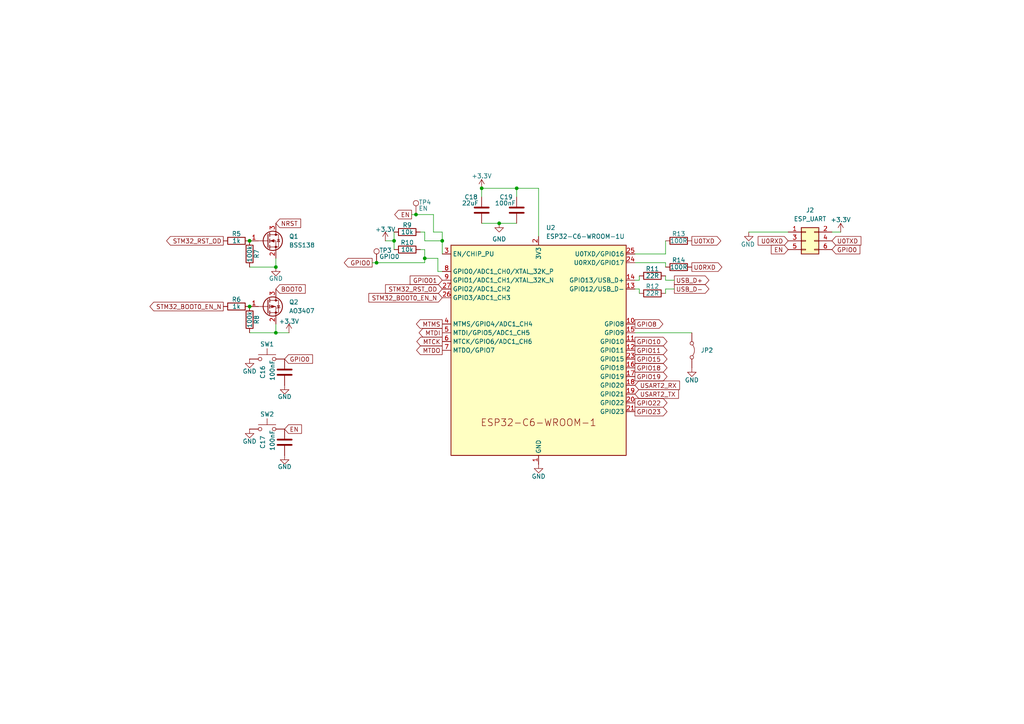
<source format=kicad_sch>
(kicad_sch (version 20250114) (generator "eeschema") (generator_version "9.0")
  (paper "A4")
  (title_block (title "IoT Logger B - ESP32 C6") (date "2026-01-24") (rev "1.0") (company "Piotr Kłyś"))
  (lib_symbols
    (symbol "Connector:TestPoint" (pin_numbers (hide yes)) (pin_names (offset 0.762) (hide yes))
      (property "Reference" "TP" (at 0 6.858 0))
      (property "Value" "TestPoint" (at 0 5.08 0))
      (symbol "TestPoint_0_1"
        (circle (center 0 3.302) (radius 0.762))
      )
      (symbol "TestPoint_1_1"
        (pin passive line (at 0 0 90) (length 2.54) (name "1") (number "1"))
      )
    )
    (symbol "Connector_Generic:Conn_02x03_Odd_Even" (pin_names (offset 1.016) (hide yes))
      (property "Reference" "J" (at 1.27 5.08 0))
      (property "Value" "Conn_02x03_Odd_Even" (at 1.27 -5.08 0))
      (symbol "Conn_02x03_Odd_Even_1_1"
        (rectangle (start -1.27 3.81) (end 3.81 -3.81) (stroke (width 0.254)) (fill (type background)))
        (rectangle (start -1.27 2.667) (end 0 2.413) (stroke (width 0.1524)))
        (rectangle (start -1.27 0.127) (end 0 -0.127) (stroke (width 0.1524)))
        (rectangle (start -1.27 -2.413) (end 0 -2.667) (stroke (width 0.1524)))
        (rectangle (start 3.81 2.667) (end 2.54 2.413) (stroke (width 0.1524)))
        (rectangle (start 3.81 0.127) (end 2.54 -0.127) (stroke (width 0.1524)))
        (rectangle (start 3.81 -2.413) (end 2.54 -2.667) (stroke (width 0.1524)))
        (pin passive line (at -5.08 2.54 0) (length 3.81) (name "Pin_1") (number "1"))
        (pin passive line (at -5.08 0 0) (length 3.81) (name "Pin_3") (number "3"))
        (pin passive line (at -5.08 -2.54 0) (length 3.81) (name "Pin_5") (number "5"))
        (pin passive line (at 7.62 2.54 180) (length 3.81) (name "Pin_2") (number "2"))
        (pin passive line (at 7.62 0 180) (length 3.81) (name "Pin_4") (number "4"))
        (pin passive line (at 7.62 -2.54 180) (length 3.81) (name "Pin_6") (number "6"))
      )
    )
    (symbol "Device:C" (pin_numbers (hide yes)) (pin_names (offset 0.254))
      (property "Reference" "C" (at 0.635 2.54 0))
      (property "Value" "C" (at 0.635 -2.54 0))
      (symbol "C_0_1"
        (polyline (pts (xy -2.032 0.762) (xy 2.032 0.762)) (stroke (width 0.508)))
        (polyline (pts (xy -2.032 -0.762) (xy 2.032 -0.762)) (stroke (width 0.508)))
      )
      (symbol "C_1_1"
        (pin passive line (at 0 3.81 270) (length 2.794) (name "~") (number "1"))
        (pin passive line (at 0 -3.81 90) (length 2.794) (name "~") (number "2"))
      )
    )
    (symbol "Device:R" (pin_numbers (hide yes)) (pin_names (offset 0))
      (property "Reference" "R" (at 2.032 0 90))
      (property "Value" "R" (at 0 0 90))
      (symbol "R_0_1"
        (rectangle (start -1.016 -2.54) (end 1.016 2.54) (stroke (width 0.254)))
      )
      (symbol "R_1_1"
        (pin passive line (at 0 3.81 270) (length 1.27) (name "~") (number "1"))
        (pin passive line (at 0 -3.81 90) (length 1.27) (name "~") (number "2"))
      )
    )
    (symbol "Jumper:Jumper_2_Bridged" (pin_numbers (hide yes)) (pin_names (offset 0) (hide yes))
      (property "Reference" "JP" (at 0 1.905 0))
      (property "Value" "Jumper_2_Bridged" (at 0 -2.54 0))
      (symbol "Jumper_2_Bridged_0_0"
        (circle (center -2.032 0) (radius 0.508))
        (circle (center 2.032 0) (radius 0.508))
      )
      (symbol "Jumper_2_Bridged_0_1"
        (arc (start -1.524 0.254) (mid 0 0.762) (end 1.524 0.254))
      )
      (symbol "Jumper_2_Bridged_1_1"
        (pin passive line (at -5.08 0 0) (length 2.54) (name "A") (number "1"))
        (pin passive line (at 5.08 0 180) (length 2.54) (name "B") (number "2"))
      )
    )
    (symbol "PCM_Espressif:ESP32-C6-WROOM-1"
      (property "Reference" "U" (at -25.4 35.56 0))
      (property "Value" "ESP32-C6-WROOM-1" (at -25.4 33.02 0))
      (symbol "ESP32-C6-WROOM-1_0_0"
        (text "ESP32-C6-WROOM-1" (at 0 -20.955 0) (effects (font (size 2 2))))
      )
      (symbol "ESP32-C6-WROOM-1_0_1"
        (rectangle (start -25.4 30.48) (end 25.4 -30.48) (stroke (width 0.254)) (fill (type background)))
      )
      (symbol "ESP32-C6-WROOM-1_1_1"
        (pin input line (at -27.94 27.94 0) (length 2.54) (name "EN/CHIP_PU") (number "3"))
        (pin bidirectional line (at -27.94 22.86 0) (length 2.54) (name "GPIO0/ADC1_CH0/XTAL_32K_P") (number "8"))
        (pin bidirectional line (at -27.94 20.32 0) (length 2.54) (name "GPIO1/ADC1_CH1/XTAL_32K_N") (number "9"))
        (pin bidirectional line (at -27.94 17.78 0) (length 2.54) (name "GPIO2/ADC1_CH2") (number "27"))
        (pin bidirectional line (at -27.94 15.24 0) (length 2.54) (name "GPIO3/ADC1_CH3") (number "26"))
        (pin bidirectional line (at -27.94 7.62 0) (length 2.54) (name "MTMS/GPIO4/ADC1_CH4") (number "4"))
        (pin bidirectional line (at -27.94 5.08 0) (length 2.54) (name "MTDI/GPIO5/ADC1_CH5") (number "5"))
        (pin bidirectional line (at -27.94 2.54 0) (length 2.54) (name "MTCK/GPIO6/ADC1_CH6") (number "6"))
        (pin bidirectional line (at -27.94 0 0) (length 2.54) (name "MTDO/GPIO7") (number "7"))
        (pin no_connect line (at -25.4 -12.7 0) (length 2.54) (hide yes) (name "NC") (number "22"))
        (pin power_in line (at 0 33.02 270) (length 2.54) (name "3V3") (number "2"))
        (pin power_in line (at 0 -33.02 90) (length 2.54) (name "GND") (number "1"))
        (pin passive line (at 0 -33.02 90) (length 2.54) (hide yes) (name "GND") (number "28"))
        (pin passive line (at 0 -33.02 90) (length 2.54) (hide yes) (name "GND") (number "29"))
        (pin bidirectional line (at 27.94 27.94 180) (length 2.54) (name "U0TXD/GPIO16") (number "25"))
        (pin bidirectional line (at 27.94 25.4 180) (length 2.54) (name "U0RXD/GPIO17") (number "24"))
        (pin bidirectional line (at 27.94 20.32 180) (length 2.54) (name "GPIO13/USB_D+") (number "14"))
        (pin bidirectional line (at 27.94 17.78 180) (length 2.54) (name "GPIO12/USB_D-") (number "13"))
        (pin bidirectional line (at 27.94 7.62 180) (length 2.54) (name "GPIO8") (number "10"))
        (pin bidirectional line (at 27.94 5.08 180) (length 2.54) (name "GPIO9") (number "15"))
        (pin bidirectional line (at 27.94 2.54 180) (length 2.54) (name "GPIO10") (number "11"))
        (pin bidirectional line (at 27.94 0 180) (length 2.54) (name "GPIO11") (number "12"))
        (pin bidirectional line (at 27.94 -2.54 180) (length 2.54) (name "GPIO15") (number "23"))
        (pin bidirectional line (at 27.94 -5.08 180) (length 2.54) (name "GPIO18") (number "16"))
        (pin bidirectional line (at 27.94 -7.62 180) (length 2.54) (name "GPIO19") (number "17"))
        (pin bidirectional line (at 27.94 -10.16 180) (length 2.54) (name "GPIO20") (number "18"))
        (pin bidirectional line (at 27.94 -12.7 180) (length 2.54) (name "GPIO21") (number "19"))
        (pin bidirectional line (at 27.94 -15.24 180) (length 2.54) (name "GPIO22") (number "20"))
        (pin bidirectional line (at 27.94 -17.78 180) (length 2.54) (name "GPIO23") (number "21"))
      )
    )
    (symbol "Switch:SW_Push" (pin_numbers (hide yes)) (pin_names (offset 1.016) (hide yes))
      (property "Reference" "SW" (at 1.27 2.54 0))
      (property "Value" "SW_Push" (at 0 -1.524 0))
      (symbol "SW_Push_0_1"
        (circle (center -2.032 0) (radius 0.508))
        (polyline (pts (xy 0 1.27) (xy 0 3.048)))
        (circle (center 2.032 0) (radius 0.508))
        (polyline (pts (xy 2.54 1.27) (xy -2.54 1.27)))
        (pin passive line (at -5.08 0 0) (length 2.54) (name "1") (number "1"))
        (pin passive line (at 5.08 0 180) (length 2.54) (name "2") (number "2"))
      )
    )
    (symbol "Transistor_FET:AO3401A" (pin_names (hide yes))
      (property "Reference" "Q" (at 5.08 1.905 0))
      (property "Value" "AO3401A" (at 5.08 0 0))
      (symbol "AO3401A_0_1"
        (polyline (pts (xy 0.254 1.905) (xy 0.254 -1.905)) (stroke (width 0.254)))
        (polyline (pts (xy 0.254 0) (xy -2.54 0)))
        (polyline (pts (xy 0.762 2.286) (xy 0.762 1.27)) (stroke (width 0.254)))
        (polyline (pts (xy 0.762 1.778) (xy 3.302 1.778) (xy 3.302 -1.778) (xy 0.762 -1.778)))
        (polyline (pts (xy 0.762 0.508) (xy 0.762 -0.508)) (stroke (width 0.254)))
        (polyline (pts (xy 0.762 -1.27) (xy 0.762 -2.286)) (stroke (width 0.254)))
        (circle (center 1.651 0) (radius 2.794) (stroke (width 0.254)))
        (polyline (pts (xy 2.286 0) (xy 1.27 0.381) (xy 1.27 -0.381) (xy 2.286 0)) (fill (type outline)))
        (polyline (pts (xy 2.54 2.54) (xy 2.54 1.778)))
        (circle (center 2.54 1.778) (radius 0.254) (fill (type outline)))
        (circle (center 2.54 -1.778) (radius 0.254) (fill (type outline)))
        (polyline (pts (xy 2.54 -2.54) (xy 2.54 0) (xy 0.762 0)))
        (polyline (pts (xy 2.794 -0.508) (xy 2.921 -0.381) (xy 3.683 -0.381) (xy 3.81 -0.254)))
        (polyline (pts (xy 3.302 -0.381) (xy 2.921 0.254) (xy 3.683 0.254) (xy 3.302 -0.381)))
      )
      (symbol "AO3401A_1_1"
        (pin input line (at -5.08 0 0) (length 2.54) (name "G") (number "1"))
        (pin passive line (at 2.54 5.08 270) (length 2.54) (name "D") (number "3"))
        (pin passive line (at 2.54 -5.08 90) (length 2.54) (name "S") (number "2"))
      )
    )
    (symbol "Transistor_FET:BSS138" (pin_names (offset 0) (hide yes))
      (property "Reference" "Q" (at 5.08 1.905 0))
      (property "Value" "BSS138" (at 5.08 0 0))
      (symbol "BSS138_0_1"
        (polyline (pts (xy 0.254 1.905) (xy 0.254 -1.905)) (stroke (width 0.254)))
        (polyline (pts (xy 0.254 0) (xy -2.54 0)))
        (polyline (pts (xy 0.762 2.286) (xy 0.762 1.27)) (stroke (width 0.254)))
        (polyline (pts (xy 0.762 0.508) (xy 0.762 -0.508)) (stroke (width 0.254)))
        (polyline (pts (xy 0.762 -1.27) (xy 0.762 -2.286)) (stroke (width 0.254)))
        (polyline (pts (xy 0.762 -1.778) (xy 3.302 -1.778) (xy 3.302 1.778) (xy 0.762 1.778)))
        (polyline (pts (xy 1.016 0) (xy 2.032 0.381) (xy 2.032 -0.381) (xy 1.016 0)) (fill (type outline)))
        (circle (center 1.651 0) (radius 2.794) (stroke (width 0.254)))
        (polyline (pts (xy 2.54 2.54) (xy 2.54 1.778)))
        (circle (center 2.54 1.778) (radius 0.254) (fill (type outline)))
        (circle (center 2.54 -1.778) (radius 0.254) (fill (type outline)))
        (polyline (pts (xy 2.54 -2.54) (xy 2.54 0) (xy 0.762 0)))
        (polyline (pts (xy 2.921 0.381) (xy 3.683 0.381)))
        (polyline (pts (xy 3.302 0.381) (xy 2.921 -0.254) (xy 3.683 -0.254) (xy 3.302 0.381)))
      )
      (symbol "BSS138_1_1"
        (pin input line (at -5.08 0 0) (length 2.54) (name "G") (number "1"))
        (pin passive line (at 2.54 5.08 270) (length 2.54) (name "D") (number "3"))
        (pin passive line (at 2.54 -5.08 90) (length 2.54) (name "S") (number "2"))
      )
    )
    (symbol "power:+3.3V" (power) (pin_numbers (hide yes)) (pin_names (offset 0) (hide yes))
      (property "Value" "+3.3V" (at 0 3.556 0))
      (symbol "+3.3V_0_1"
        (polyline (pts (xy -0.762 1.27) (xy 0 2.54)))
        (polyline (pts (xy 0 2.54) (xy 0.762 1.27)))
        (polyline (pts (xy 0 0) (xy 0 2.54)))
      )
      (symbol "+3.3V_1_1"
        (pin power_in line (at 0 0 90) (length 0) (name "~") (number "1"))
      )
    )
    (symbol "power:GND" (power) (pin_numbers (hide yes)) (pin_names (offset 0) (hide yes))
      (property "Value" "GND" (at 0 -3.81 0))
      (symbol "GND_0_1"
        (polyline (pts (xy 0 0) (xy 0 -1.27) (xy 1.27 -1.27) (xy 0 -2.54) (xy -1.27 -1.27) (xy 0 -1.27)))
      )
      (symbol "GND_1_1"
        (pin power_in line (at 0 0 270) (length 0) (name "~") (number "1"))
      )
    )
  )
  (junction (at 139.7 54.61))
  (junction (at 144.78 64.77))
  (junction (at 109.22 76.2))
  (junction (at 80.01 77.47))
  (junction (at 72.39 69.85))
  (junction (at 120.65 62.23))
  (junction (at 80.01 96.52))
  (junction (at 123.19 74.93))
  (junction (at 128.27 69.85))
  (junction (at 114.3 69.85))
  (junction (at 72.39 88.9))
  (junction (at 149.86 54.61))
  (wire (pts (xy 139.7 54.61) (xy 139.7 57.15)))
  (wire (pts (xy 123.19 67.31) (xy 123.19 69.85)))
  (wire (pts (xy 128.27 67.31) (xy 128.27 69.85)))
  (wire (pts (xy 123.19 76.2) (xy 123.19 74.93)))
  (wire (pts (xy 149.86 57.15) (xy 149.86 54.61)))
  (wire (pts (xy 184.15 83.82) (xy 185.42 83.82)))
  (wire (pts (xy 80.01 96.52) (xy 83.82 96.52)))
  (wire (pts (xy 72.39 77.47) (xy 80.01 77.47)))
  (wire (pts (xy 123.19 69.85) (xy 128.27 69.85)))
  (wire (pts (xy 193.04 83.82) (xy 195.58 83.82)))
  (wire (pts (xy 193.04 81.28) (xy 195.58 81.28)))
  (wire (pts (xy 185.42 81.28) (xy 185.42 80.01)))
  (wire (pts (xy 217.17 67.31) (xy 228.6 67.31)))
  (wire (pts (xy 127 74.93) (xy 127 78.74)))
  (wire (pts (xy 193.04 69.85) (xy 193.04 73.66)))
  (wire (pts (xy 193.04 77.47) (xy 193.04 76.2)))
  (wire (pts (xy 127 78.74) (xy 128.27 78.74)))
  (wire (pts (xy 114.3 69.85) (xy 114.3 72.39)))
  (wire (pts (xy 125.73 62.23) (xy 125.73 67.31)))
  (wire (pts (xy 139.7 64.77) (xy 144.78 64.77)))
  (wire (pts (xy 193.04 76.2) (xy 184.15 76.2)))
  (wire (pts (xy 156.21 54.61) (xy 149.86 54.61)))
  (wire (pts (xy 184.15 96.52) (xy 200.66 96.52)))
  (wire (pts (xy 80.01 93.98) (xy 80.01 96.52)))
  (wire (pts (xy 80.01 77.47) (xy 80.01 74.93)))
  (wire (pts (xy 193.04 80.01) (xy 193.04 81.28)))
  (wire (pts (xy 111.76 69.85) (xy 114.3 69.85)))
  (wire (pts (xy 156.21 54.61) (xy 156.21 68.58)))
  (wire (pts (xy 184.15 81.28) (xy 185.42 81.28)))
  (wire (pts (xy 193.04 73.66) (xy 184.15 73.66)))
  (wire (pts (xy 109.22 76.2) (xy 123.19 76.2)))
  (wire (pts (xy 114.3 67.31) (xy 114.3 69.85)))
  (wire (pts (xy 119.38 62.23) (xy 120.65 62.23)))
  (wire (pts (xy 123.19 74.93) (xy 127 74.93)))
  (wire (pts (xy 121.92 72.39) (xy 123.19 72.39)))
  (wire (pts (xy 243.84 67.31) (xy 241.3 67.31)))
  (wire (pts (xy 144.78 64.77) (xy 149.86 64.77)))
  (wire (pts (xy 185.42 83.82) (xy 185.42 85.09)))
  (wire (pts (xy 193.04 85.09) (xy 193.04 83.82)))
  (wire (pts (xy 139.7 54.61) (xy 149.86 54.61)))
  (wire (pts (xy 121.92 67.31) (xy 123.19 67.31)))
  (wire (pts (xy 125.73 67.31) (xy 128.27 67.31)))
  (wire (pts (xy 123.19 72.39) (xy 123.19 74.93)))
  (wire (pts (xy 120.65 62.23) (xy 125.73 62.23)))
  (wire (pts (xy 128.27 69.85) (xy 128.27 73.66)))
  (wire (pts (xy 72.39 96.52) (xy 80.01 96.52)))
  (wire (pts (xy 107.95 76.2) (xy 109.22 76.2)))
  (global_label "STM32_RST_OD" (shape input) (at 128.27 83.82 180) (property "Intersheetrefs" "${INTERSHEET_REFS}" (effects (hide yes))))
  (global_label "GPIO0" (shape input) (at 241.3 72.39 0) (property "Intersheetrefs" "${INTERSHEET_REFS}" (effects (hide yes))))
  (global_label "EN" (shape input) (at 228.6 72.39 180) (property "Intersheetrefs" "${INTERSHEET_REFS}" (effects (hide yes))))
  (global_label "GPIO11" (shape output) (at 184.15 101.6 0) (property "Intersheetrefs" "${INTERSHEET_REFS}" (effects (hide yes))))
  (global_label "GPIO10" (shape output) (at 184.15 99.06 0) (property "Intersheetrefs" "${INTERSHEET_REFS}" (effects (hide yes))))
  (global_label "USB_D-" (shape output) (at 195.58 83.82 0) (property "Intersheetrefs" "${INTERSHEET_REFS}" (effects (hide yes))))
  (global_label "STM32_BOOT0_EN_N" (shape output) (at 64.77 88.9 180) (property "Intersheetrefs" "${INTERSHEET_REFS}" (effects (hide yes))))
  (global_label "GPIO22" (shape output) (at 184.15 116.84 0) (property "Intersheetrefs" "${INTERSHEET_REFS}" (effects (hide yes))))
  (global_label "U0TXD" (shape input) (at 241.3 69.85 0) (property "Intersheetrefs" "${INTERSHEET_REFS}" (effects (hide yes))))
  (global_label "NRST" (shape input) (at 80.01 64.77 0) (property "Intersheetrefs" "${INTERSHEET_REFS}" (effects (hide yes))))
  (global_label "MTMS" (shape output) (at 128.27 93.98 180) (property "Intersheetrefs" "${INTERSHEET_REFS}" (effects (hide yes))))
  (global_label "GPIO18" (shape output) (at 184.15 106.68 0) (property "Intersheetrefs" "${INTERSHEET_REFS}" (effects (hide yes))))
  (global_label "EN" (shape output) (at 119.38 62.23 180) (property "Intersheetrefs" "${INTERSHEET_REFS}" (effects (hide yes))))
  (global_label "GPIO15" (shape output) (at 184.15 104.14 0) (property "Intersheetrefs" "${INTERSHEET_REFS}" (effects (hide yes))))
  (global_label "U0RXD" (shape input) (at 228.6 69.85 180) (property "Intersheetrefs" "${INTERSHEET_REFS}" (effects (hide yes))))
  (global_label "GPIO0" (shape output) (at 107.95 76.2 180) (property "Intersheetrefs" "${INTERSHEET_REFS}" (effects (hide yes))))
  (global_label "MTDO" (shape output) (at 128.27 101.6 180) (property "Intersheetrefs" "${INTERSHEET_REFS}" (effects (hide yes))))
  (global_label "STM32_RST_OD" (shape output) (at 64.77 69.85 180) (property "Intersheetrefs" "${INTERSHEET_REFS}" (effects (hide yes))))
  (global_label "MTCK" (shape output) (at 128.27 99.06 180) (property "Intersheetrefs" "${INTERSHEET_REFS}" (effects (hide yes))))
  (global_label "BOOT0" (shape input) (at 80.01 83.82 0) (property "Intersheetrefs" "${INTERSHEET_REFS}" (effects (hide yes))))
  (global_label "GPIO23" (shape output) (at 184.15 119.38 0) (property "Intersheetrefs" "${INTERSHEET_REFS}" (effects (hide yes))))
  (global_label "EN" (shape input) (at 82.55 124.46 0) (property "Intersheetrefs" "${INTERSHEET_REFS}" (effects (hide yes))))
  (global_label "GPIO01" (shape input) (at 128.27 81.28 180) (property "Intersheetrefs" "${INTERSHEET_REFS}" (effects (hide yes))))
  (global_label "USART2_RX" (shape input) (at 184.15 111.76 0) (property "Intersheetrefs" "${INTERSHEET_REFS}" (effects (hide yes))))
  (global_label "U0TXD" (shape output) (at 200.66 69.85 0) (property "Intersheetrefs" "${INTERSHEET_REFS}" (effects (hide yes))))
  (global_label "GPIO8" (shape output) (at 184.15 93.98 0) (property "Intersheetrefs" "${INTERSHEET_REFS}" (effects (hide yes))))
  (global_label "U0RXD" (shape output) (at 200.66 77.47 0) (property "Intersheetrefs" "${INTERSHEET_REFS}" (effects (hide yes))))
  (global_label "USB_D+" (shape output) (at 195.58 81.28 0) (property "Intersheetrefs" "${INTERSHEET_REFS}" (effects (hide yes))))
  (global_label "USART2_TX" (shape input) (at 184.15 114.3 0) (property "Intersheetrefs" "${INTERSHEET_REFS}" (effects (hide yes))))
  (global_label "MTDI" (shape output) (at 128.27 96.52 180) (property "Intersheetrefs" "${INTERSHEET_REFS}" (effects (hide yes))))
  (global_label "STM32_BOOT0_EN_N" (shape input) (at 128.27 86.36 180) (property "Intersheetrefs" "${INTERSHEET_REFS}" (effects (hide yes))))
  (global_label "GPIO0" (shape input) (at 82.55 104.14 0) (property "Intersheetrefs" "${INTERSHEET_REFS}" (effects (hide yes))))
  (global_label "GPIO19" (shape output) (at 184.15 109.22 0) (property "Intersheetrefs" "${INTERSHEET_REFS}" (effects (hide yes))))
  (symbol (lib_id "Device:R") (at 68.58 69.85 270) (unit 1)
    (property "Reference" "R5" (at 68.58 67.818 90))
    (property "Value" "1k" (at 68.58 69.85 90))
    (property "Footprint" "Resistor_SMD:R_0603_1608Metric" (effects (hide yes)))
    (property "Description" "Resistor" (effects (hide yes)))
  )
  (symbol (lib_id "power:GND") (at 80.01 77.47 0) (unit 1)
    (property "Reference" "#PWR027" (effects (hide yes)))
    (property "Value" "GND" (at 80.01 80.772 0))
    (property "Description" "Power symbol creates a global label with name \"GND\" , ground" (effects (hide yes)))
  )
  (symbol (lib_id "Device:C") (at 149.86 60.96 0) (unit 1)
    (property "Reference" "C19" (at 146.812 57.15 0))
    (property "Value" "100nF" (at 146.558 58.928 0))
    (property "Footprint" "Capacitor_SMD:C_0603_1608Metric" (effects (hide yes)))
    (property "Description" "Unpolarized capacitor" (effects (hide yes)))
  )
  (symbol (lib_id "power:GND") (at 82.55 111.76 0) (unit 1)
    (property "Reference" "#PWR028" (effects (hide yes)))
    (property "Value" "GND" (at 82.55 115.062 0))
    (property "Description" "Power symbol creates a global label with name \"GND\" , ground" (effects (hide yes)))
  )
  (symbol (lib_id "power:GND") (at 200.66 106.68 0) (unit 1)
    (property "Reference" "#PWR035" (effects (hide yes)))
    (property "Value" "GND" (at 200.66 110.236 0))
    (property "Description" "Power symbol creates a global label with name \"GND\" , ground" (effects (hide yes)))
  )
  (symbol (lib_id "power:GND") (at 144.78 64.77 0) (unit 1)
    (property "Reference" "#PWR033" (effects (hide yes)))
    (property "Value" "GND" (at 144.78 69.342 0))
    (property "Description" "Power symbol creates a global label with name \"GND\" , ground" (effects (hide yes)))
  )
  (symbol (lib_id "power:+3.3V") (at 111.76 69.85 0) (unit 1)
    (property "Reference" "#PWR031" (effects (hide yes)))
    (property "Value" "+3.3V" (at 111.76 66.548 0))
    (property "Description" "Power symbol creates a global label with name \"+3.3V\"" (effects (hide yes)))
  )
  (symbol (lib_id "Switch:SW_Push") (at 77.47 124.46 0) (unit 1)
    (property "Reference" "SW2" (at 77.47 120.142 0))
    (property "Value" "Tact Switch 6x6mm / 13mm" (effects (hide yes)))
    (property "Footprint" "Button_Switch_THT:SW_PUSH_6mm" (effects (hide yes)))
    (property "Description" "Push button switch, generic, two pins" (effects (hide yes)))
  )
  (symbol (lib_id "Device:R") (at 72.39 73.66 180) (unit 1)
    (property "Reference" "R7" (at 74.422 73.66 90))
    (property "Value" "100k" (at 72.39 73.66 90))
    (property "Footprint" "Resistor_SMD:R_0603_1608Metric" (effects (hide yes)))
    (property "Description" "Resistor" (effects (hide yes)))
  )
  (symbol (lib_id "Switch:SW_Push") (at 77.47 104.14 0) (unit 1)
    (property "Reference" "SW1" (at 77.47 99.822 0))
    (property "Value" "Tact Switch 6x6mm / 13mm" (effects (hide yes)))
    (property "Footprint" "Button_Switch_THT:SW_PUSH_6mm" (effects (hide yes)))
    (property "Description" "Push button switch, generic, two pins" (effects (hide yes)))
  )
  (symbol (lib_id "Connector_Generic:Conn_02x03_Odd_Even") (at 233.68 69.85 0) (unit 1)
    (property "Reference" "J2" (at 234.95 60.96 0))
    (property "Value" "ESP_UART" (at 234.95 63.5 0))
    (property "Footprint" "Connector_PinHeader_1.27mm:PinHeader_2x03_P1.27mm_Vertical" (effects (hide yes)))
    (property "Description" "Generic connector, double row, 02x03, odd/even pin numbering scheme (row 1 odd numbers, row 2 even numbers), script generated (kicad-library-utils/schlib/autogen/connector/)" (effects (hide yes)))
  )
  (symbol (lib_id "Device:C") (at 82.55 107.95 0) (unit 1)
    (property "Reference" "C16" (at 76.2 107.95 90))
    (property "Value" "100nF" (at 78.994 107.442 90))
    (property "Footprint" "Capacitor_SMD:C_0603_1608Metric" (effects (hide yes)))
    (property "Description" "Unpolarized capacitor" (effects (hide yes)))
  )
  (symbol (lib_id "Jumper:Jumper_2_Bridged") (at 200.66 101.6 270) (unit 1)
    (property "Reference" "JP2" (at 203.2 101.5999 90) (effects (justify left)))
    (property "Value" "Jumper_2_Bridged" (effects (hide yes)))
    (property "Footprint" "Connector_PinHeader_2.54mm:PinHeader_1x02_P2.54mm_Vertical" (effects (hide yes)))
    (property "Description" "Jumper, 2-pole, closed/bridged" (effects (hide yes)))
  )
  (symbol (lib_id "Device:R") (at 196.85 77.47 270) (unit 1)
    (property "Reference" "R14" (at 196.85 75.438 90))
    (property "Value" "100R" (at 196.85 77.47 90))
    (property "Footprint" "Resistor_SMD:R_0603_1608Metric" (effects (hide yes)))
    (property "Description" "Resistor" (effects (hide yes)))
  )
  (symbol (lib_id "power:GND") (at 156.21 134.62 0) (unit 1)
    (property "Reference" "#PWR034" (effects (hide yes)))
    (property "Value" "GND" (at 156.21 138.176 0))
    (property "Description" "Power symbol creates a global label with name \"GND\" , ground" (effects (hide yes)))
  )
  (symbol (lib_id "Device:R") (at 118.11 67.31 270) (unit 1)
    (property "Reference" "R9" (at 118.11 65.278 90))
    (property "Value" "10k" (at 118.11 67.31 90))
    (property "Footprint" "Resistor_SMD:R_0603_1608Metric" (effects (hide yes)))
    (property "Description" "Resistor" (effects (hide yes)))
  )
  (symbol (lib_id "power:GND") (at 72.39 104.14 0) (unit 1)
    (property "Reference" "#PWR025" (effects (hide yes)))
    (property "Value" "GND" (at 72.39 107.696 0))
    (property "Description" "Power symbol creates a global label with name \"GND\" , ground" (effects (hide yes)))
  )
  (symbol (lib_id "Device:R") (at 72.39 92.71 180) (unit 1)
    (property "Reference" "R8" (at 74.422 92.71 90))
    (property "Value" "100k" (at 72.39 92.71 90))
    (property "Footprint" "Resistor_SMD:R_0603_1608Metric" (effects (hide yes)))
    (property "Description" "Resistor" (effects (hide yes)))
  )
  (symbol (lib_id "Transistor_FET:AO3401A") (at 77.47 88.9 0) (unit 1)
    (property "Reference" "Q2" (at 83.82 87.6299 0) (effects (justify left)))
    (property "Value" "AO3407" (at 83.82 90.1699 0) (effects (justify left)))
    (property "Footprint" "Package_TO_SOT_SMD:SOT-23" (effects (hide yes)))
    (property "Datasheet" "http://www.aosmd.com/pdfs/datasheet/AO3401A.pdf" (effects (hide yes)))
    (property "Description" "-4.0A Id, -30V Vds, P-Channel MOSFET, SOT-23" (effects (hide yes)))
  )
  (symbol (lib_id "Connector:TestPoint") (at 109.22 76.2 0) (unit 1)
    (property "Reference" "TP3" (at 109.982 72.644 0) (effects (justify left)))
    (property "Value" "GPIO0" (at 109.982 74.422 0) (effects (justify left)))
    (property "Footprint" "TestPoint:TestPoint_Pad_D1.5mm" (effects (hide yes)))
    (property "Description" "test point" (effects (hide yes)))
  )
  (symbol (lib_id "Device:R") (at 118.11 72.39 270) (unit 1)
    (property "Reference" "R10" (at 118.11 70.358 90))
    (property "Value" "10k" (at 118.11 72.39 90))
    (property "Footprint" "Resistor_SMD:R_0603_1608Metric" (effects (hide yes)))
    (property "Description" "Resistor" (effects (hide yes)))
  )
  (symbol (lib_id "Transistor_FET:BSS138") (at 77.47 69.85 0) (unit 1)
    (property "Reference" "Q1" (at 83.82 68.5799 0) (effects (justify left)))
    (property "Value" "BSS138" (at 83.82 71.1199 0) (effects (justify left)))
    (property "Footprint" "Package_TO_SOT_SMD:SOT-23" (effects (hide yes)))
    (property "Datasheet" "https://www.onsemi.com/pub/Collateral/BSS138-D.PDF" (effects (hide yes)))
    (property "Description" "50V Vds, 0.22A Id, N-Channel MOSFET, SOT-23" (effects (hide yes)))
  )
  (symbol (lib_id "Device:R") (at 189.23 85.09 270) (unit 1)
    (property "Reference" "R12" (at 189.23 83.058 90))
    (property "Value" "22R" (at 189.23 85.09 90))
    (property "Footprint" "Resistor_SMD:R_0603_1608Metric" (effects (hide yes)))
    (property "Description" "Resistor" (effects (hide yes)))
  )
  (symbol (lib_id "Device:R") (at 68.58 88.9 270) (unit 1)
    (property "Reference" "R6" (at 68.58 86.868 90))
    (property "Value" "1k" (at 68.58 88.9 90))
    (property "Footprint" "Resistor_SMD:R_0603_1608Metric" (effects (hide yes)))
    (property "Description" "Resistor" (effects (hide yes)))
  )
  (symbol (lib_id "power:+3.3V") (at 139.7 54.61 0) (unit 1)
    (property "Reference" "#PWR032" (effects (hide yes)))
    (property "Value" "+3.3V" (at 139.7 51.054 0))
    (property "Description" "Power symbol creates a global label with name \"+3.3V\"" (effects (hide yes)))
  )
  (symbol (lib_id "PCM_Espressif:ESP32-C6-WROOM-1") (at 156.21 101.6 0) (unit 1)
    (property "Reference" "U2" (at 158.3533 66.04 0) (effects (justify left)))
    (property "Value" "ESP32-C6-WROOM-1U" (at 158.3533 68.58 0) (effects (justify left)))
    (property "Footprint" "PCM_Espressif:ESP32-C6-WROOM-1U" (effects (hide yes)))
    (property "Datasheet" "https://www.espressif.com/sites/default/files/documentation/esp32-c6-wroom-1_wroom-1u_datasheet_en.pdf" (effects (hide yes)))
    (property "Description" "ESP32-C6-WROOM-1/U is a module that supports 2.4 GHz Wi-Fi 6 (802.11 ax), Bluetooth® 5 (LE), Zigbee and Thread (802.15.4)" (effects (hide yes)))
  )
  (symbol (lib_id "Connector:TestPoint") (at 120.65 62.23 0) (unit 1)
    (property "Reference" "TP4" (at 121.412 58.674 0) (effects (justify left)))
    (property "Value" "EN" (at 121.412 60.452 0) (effects (justify left)))
    (property "Footprint" "TestPoint:TestPoint_Pad_D1.5mm" (effects (hide yes)))
    (property "Description" "test point" (effects (hide yes)))
  )
  (symbol (lib_id "Device:R") (at 196.85 69.85 270) (unit 1)
    (property "Reference" "R13" (at 196.85 67.818 90))
    (property "Value" "100R" (at 196.85 69.85 90))
    (property "Footprint" "Resistor_SMD:R_0603_1608Metric" (effects (hide yes)))
    (property "Description" "Resistor" (effects (hide yes)))
  )
  (symbol (lib_id "power:+3.3V") (at 83.82 96.52 0) (unit 1)
    (property "Reference" "#PWR030" (effects (hide yes)))
    (property "Value" "+3.3V" (at 83.82 93.218 0))
    (property "Description" "Power symbol creates a global label with name \"+3.3V\"" (effects (hide yes)))
  )
  (symbol (lib_id "Device:C") (at 139.7 60.96 0) (unit 1)
    (property "Reference" "C18" (at 136.652 57.15 0))
    (property "Value" "22uF" (at 136.398 58.928 0))
    (property "Footprint" "Capacitor_SMD:C_0603_1608Metric" (effects (hide yes)))
    (property "Description" "Unpolarized capacitor" (effects (hide yes)))
  )
  (symbol (lib_id "Device:R") (at 189.23 80.01 270) (unit 1)
    (property "Reference" "R11" (at 189.23 77.978 90))
    (property "Value" "22R" (at 189.23 80.01 90))
    (property "Footprint" "Resistor_SMD:R_0603_1608Metric" (effects (hide yes)))
    (property "Description" "Resistor" (effects (hide yes)))
  )
  (symbol (lib_id "power:+3.3V") (at 243.84 67.31 0) (unit 1)
    (property "Reference" "#PWR037" (effects (hide yes)))
    (property "Value" "+3.3V" (at 243.84 63.754 0))
    (property "Description" "Power symbol creates a global label with name \"+3.3V\"" (effects (hide yes)))
  )
  (symbol (lib_id "power:GND") (at 72.39 124.46 0) (unit 1)
    (property "Reference" "#PWR026" (effects (hide yes)))
    (property "Value" "GND" (at 72.39 128.016 0))
    (property "Description" "Power symbol creates a global label with name \"GND\" , ground" (effects (hide yes)))
  )
  (symbol (lib_id "Device:C") (at 82.55 128.27 0) (unit 1)
    (property "Reference" "C17" (at 76.2 128.27 90))
    (property "Value" "100nF" (at 78.994 127.762 90))
    (property "Footprint" "Capacitor_SMD:C_0603_1608Metric" (effects (hide yes)))
    (property "Description" "Unpolarized capacitor" (effects (hide yes)))
  )
  (symbol (lib_id "power:GND") (at 217.17 67.31 0) (unit 1)
    (property "Reference" "#PWR036" (effects (hide yes)))
    (property "Value" "GND" (at 216.916 70.866 0))
    (property "Description" "Power symbol creates a global label with name \"GND\" , ground" (effects (hide yes)))
  )
  (symbol (lib_id "power:GND") (at 82.55 132.08 0) (unit 1)
    (property "Reference" "#PWR029" (effects (hide yes)))
    (property "Value" "GND" (at 82.55 135.382 0))
    (property "Description" "Power symbol creates a global label with name \"GND\" , ground" (effects (hide yes)))
  )
)
</source>
